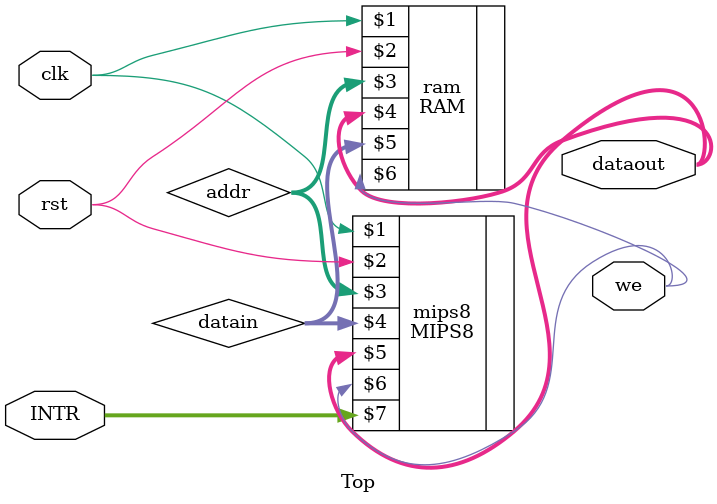
<source format=v>
module Top(clk, rst, dataout, we, INTR);
  // define inputs and outputs
  input clk, rst;
  output[7:0] dataout;
  input[1:0] INTR;
  output we;
  
  // define wires
  wire[8:0] addr;
  wire[7:0] datain;
  
  // MIPS8 processor
  MIPS8 mips8(clk, rst, addr, datain, dataout, we, INTR);
  
  // RAM
  RAM #(.N(8), .M(9)) ram(clk, rst, addr, dataout, datain, we);
  
endmodule
</source>
